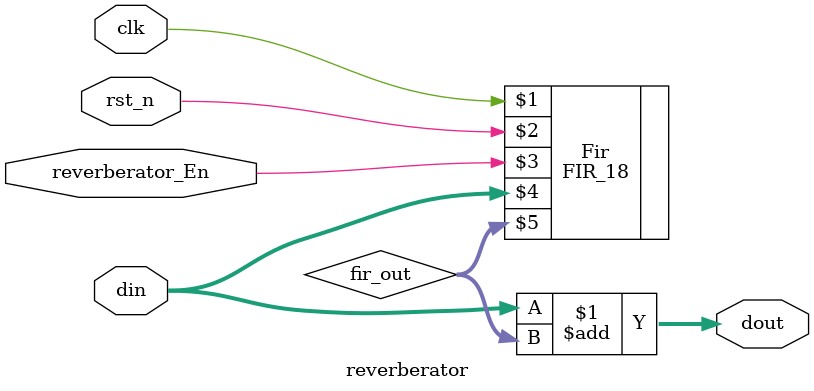
<source format=v>
module reverberator(
    clk,
    rst_n,
    reverberator_En,
    din,
    dout
    );
    input clk;
    input rst_n;
    input reverberator_En;
    input wire signed [15:0] din;
    output wire signed [15:0] dout;

//rever_MODE=1    //(MODE=1,T=0.5S)(MODE=2,T=1S)

    parameter DW=16;
    wire signed [DW-1:0] fir_out;



    FIR_18 Fir(clk,rst_n,reverberator_En,din,fir_out);



    assign dout=din+fir_out;

endmodule

</source>
